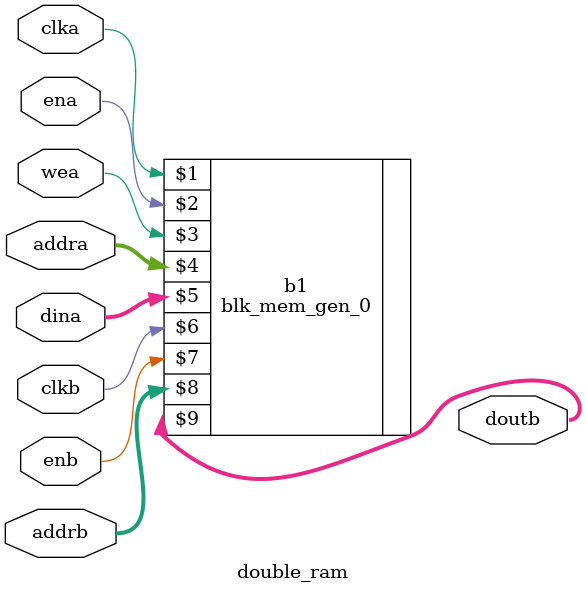
<source format=v>

module double_ram (

	input			clka,
	input			ena,
	input			wea,
	input	[7:0]	addra,
	input	[7:0]	dina,
	input			clkb,
	input			enb,
	input	[7:0]	addrb,
	output	[7:0]	doutb

);

    blk_mem_gen_0 b1 (clka, ena, wea, addra, dina, clkb, enb, addrb, doutb);

endmodule
</source>
